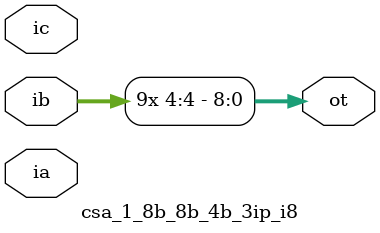
<source format=sv>
/*
CSA-1 for two 4-bits and one 2-bit input
*/
module csa_1_8b_8b_4b_3ip_i8(
	ia, 
	ib, 
	ic, 
	ot
);
	
	input	logic	[7:0]	ia;
	input	logic	[7:0]	ib;
	input	logic	[3:0]	ic;
	output	logic	[8:0]	ot;
	
	ha_nbit_interface	#(4)	csa1_ha_stg1();
	ha_nbit_interface	#(1)	csa1_ha_stg2();
	fa_nbit_interface	#(4)	csa1_fa_stg1();
	fa_nbit_interface	#(6)	csa1_fa_stg2();
	xor_nbit_interface #(1)		xor_stg2();
	
	ha_nbit	#(4)	csa1_ha_mod_stg1(csa1_ha_stg1);
	ha_nbit	#(1)	csa1_ha_mod_stg2(csa1_ha_stg2);
	fa_nbit	#(4)	csa1_fa_mod_stg1(csa1_fa_stg1);
	fa_nbit	#(6)	csa1_fa_mod_stg2(csa1_fa_stg2);
	xor_nbit #(1)	xor_mod_stg2(xor_stg2);
	
	always_comb begin
		//stage1
		csa1_fa_stg1.a[3:0] = ia[3:0];
		csa1_fa_stg1.b[3:0] = ib[3:0];
		csa1_fa_stg1.c[3:0] = ic[3:0];
		
		csa1_ha_stg1.a[3:0] = ia[7:4];
		csa1_ha_stg1.b[3:0] = ib[7:4];
		
		// stage 2
		csa1_ha_stg2.a[0] = csa1_fa_stg1.cout[0];
		csa1_ha_stg2.b[0] = csa1_fa_stg1.sum[1];
		
		csa1_fa_stg2.a[0] = csa1_ha_stg2.cout[0];
		csa1_fa_stg2.b[0] = csa1_fa_stg1.cout[1];
		csa1_fa_stg2.c[0] = csa1_fa_stg1.sum[2];
		
		csa1_fa_stg2.a[1] = csa1_fa_stg2.cout[0];
		csa1_fa_stg2.b[1] = csa1_fa_stg1.cout[2];
		csa1_fa_stg2.c[1] = csa1_fa_stg1.sum[3];
		
		csa1_fa_stg2.a[2] = csa1_fa_stg2.cout[1];
		csa1_fa_stg2.b[2] = csa1_fa_stg1.cout[3];
		csa1_fa_stg2.c[2] = csa1_ha_stg1.sum[0];
		
		csa1_fa_stg2.a[5:3] = csa1_fa_stg2.cout[4:2];
		csa1_fa_stg2.b[5:3] = csa1_ha_stg1.cout[2:0];
		csa1_fa_stg2.c[5:3] = csa1_ha_stg1.sum[3:1];
		
		xor_stg2.a[0] = csa1_fa_stg2.cout[5];
		xor_stg2.b[0] = csa1_ha_stg1.cout[3];
		
		ot[0] = csa1_fa_stg1.sum[0];
		ot[1] = csa1_ha_stg2.sum[0];
		ot[7:2] = csa1_fa_stg2.sum[5:0];
		ot[8] = xor_stg2.out[0];
	end
	
endmodule
</source>
